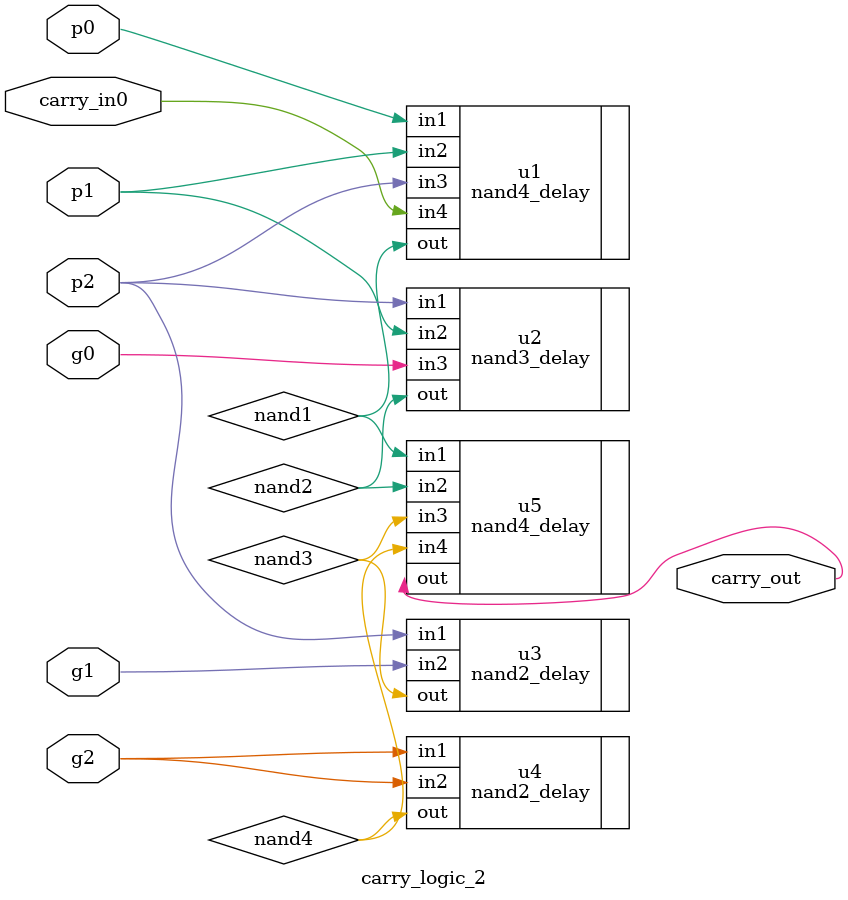
<source format=sv>
module carry_logic_2 (
    input logic p0,
    input logic g0,
    input logic p1,
    input logic g1,
    input logic p2,
    input logic g2,
    input logic carry_in0,
    output logic carry_out
);

    logic nand1;  
    logic nand2;  
    logic nand3;  
    logic nand4;  


    nand4_delay u1 (
        .in1(p0), 
        .in2(p1), 
        .in3(p2),
        .in4(carry_in0),
        .out(nand1)
    ); 

    nand3_delay u2 (
        .in1(p2), 
        .in2(p1), 
        .in3(g0),
        .out(nand2)
    ); 

    nand2_delay u3 (
        .in1(p2), 
        .in2(g1), 
        .out(nand3)
    ); 

    nand2_delay u4 (
        .in1(g2), 
        .in2(g2), 
        .out(nand4)
    ); 

    nand4_delay u5 (
        .in1(nand1), 
        .in2(nand2), 
        .in3(nand3), 
        .in4(nand4),
        .out(carry_out)
    ); 

endmodule
</source>
